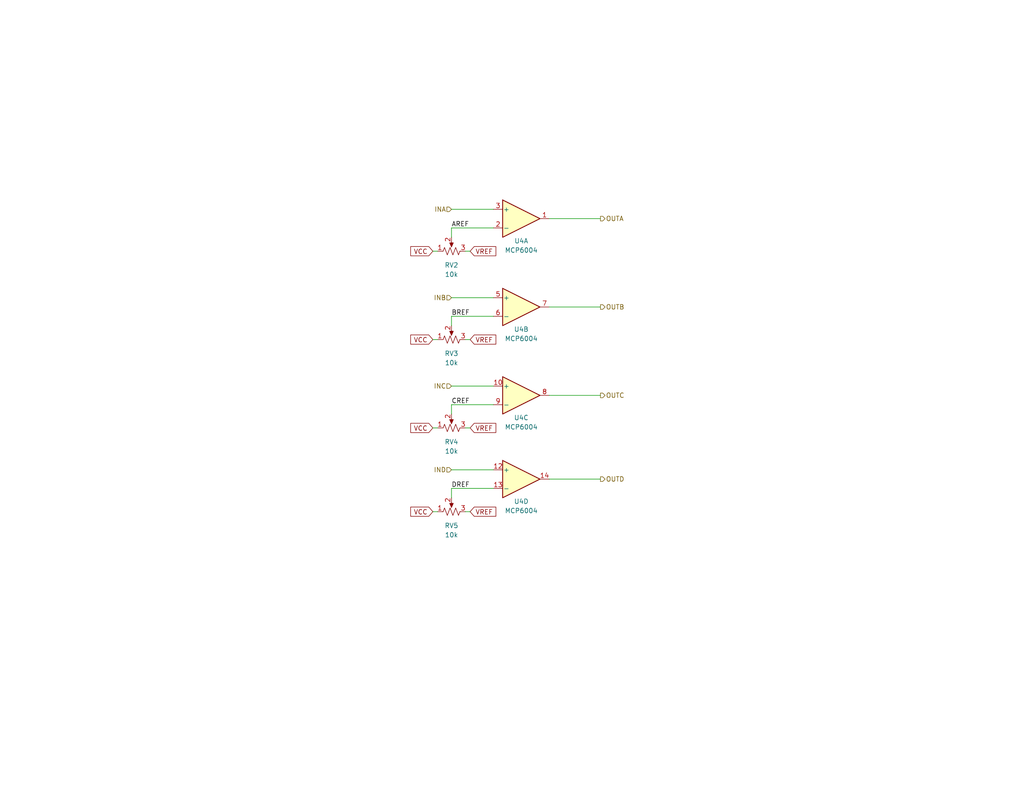
<source format=kicad_sch>
(kicad_sch (version 20250114) (generator "eeschema") (generator_version "9.0")
  (paper "USLetter")
  (title_block (title "EL223FP4L1") (date "2025-05-08") (rev "1") (company "Boles & Walker") (comment 1 "LED Comparator"))
  (lib_symbols
    (symbol "Amplifier_Operational:MCP6004" (pin_names (offset 0.127))
      (property "Reference" "U" (at 0 5.08 0))
      (property "Value" "MCP6004" (at 0 -5.08 0))
      (symbol "MCP6004_1_1"
        (polyline (pts (xy -5.08 5.08) (xy 5.08 0) (xy -5.08 -5.08) (xy -5.08 5.08)) (stroke (width 0.254)) (fill (type background)))
        (pin input line (at -7.62 2.54 0) (length 2.54) (name "+") (number "3"))
        (pin input line (at -7.62 -2.54 0) (length 2.54) (name "-") (number "2"))
        (pin output line (at 7.62 0 180) (length 2.54) (name "~") (number "1"))
      )
      (symbol "MCP6004_2_1"
        (polyline (pts (xy -5.08 5.08) (xy 5.08 0) (xy -5.08 -5.08) (xy -5.08 5.08)) (stroke (width 0.254)) (fill (type background)))
        (pin input line (at -7.62 2.54 0) (length 2.54) (name "+") (number "5"))
        (pin input line (at -7.62 -2.54 0) (length 2.54) (name "-") (number "6"))
        (pin output line (at 7.62 0 180) (length 2.54) (name "~") (number "7"))
      )
      (symbol "MCP6004_3_1"
        (polyline (pts (xy -5.08 5.08) (xy 5.08 0) (xy -5.08 -5.08) (xy -5.08 5.08)) (stroke (width 0.254)) (fill (type background)))
        (pin input line (at -7.62 2.54 0) (length 2.54) (name "+") (number "10"))
        (pin input line (at -7.62 -2.54 0) (length 2.54) (name "-") (number "9"))
        (pin output line (at 7.62 0 180) (length 2.54) (name "~") (number "8"))
      )
      (symbol "MCP6004_4_1"
        (polyline (pts (xy -5.08 5.08) (xy 5.08 0) (xy -5.08 -5.08) (xy -5.08 5.08)) (stroke (width 0.254)) (fill (type background)))
        (pin input line (at -7.62 2.54 0) (length 2.54) (name "+") (number "12"))
        (pin input line (at -7.62 -2.54 0) (length 2.54) (name "-") (number "13"))
        (pin output line (at 7.62 0 180) (length 2.54) (name "~") (number "14"))
      )
      (symbol "MCP6004_5_1"
        (pin power_in line (at -2.54 7.62 270) (length 3.81) (name "V+") (number "4"))
        (pin power_in line (at -2.54 -7.62 90) (length 3.81) (name "V-") (number "11"))
      )
    )
    (symbol "Device:R_Potentiometer_US" (pin_names (offset 1.016) (hide yes))
      (property "Reference" "RV" (at -4.445 0 90))
      (property "Value" "R_Potentiometer_US" (at -2.54 0 90))
      (symbol "R_Potentiometer_US_0_1"
        (polyline (pts (xy 0 2.54) (xy 0 2.286)))
        (polyline (pts (xy 0 2.286) (xy 1.016 1.905) (xy 0 1.524) (xy -1.016 1.143) (xy 0 0.762)))
        (polyline (pts (xy 0 0.762) (xy 1.016 0.381) (xy 0 0) (xy -1.016 -0.381) (xy 0 -0.762)))
        (polyline (pts (xy 0 -0.762) (xy 1.016 -1.143) (xy 0 -1.524) (xy -1.016 -1.905) (xy 0 -2.286)))
        (polyline (pts (xy 0 -2.286) (xy 0 -2.54)))
        (polyline (pts (xy 1.143 0) (xy 2.286 0.508) (xy 2.286 -0.508) (xy 1.143 0)) (fill (type outline)))
        (polyline (pts (xy 2.54 0) (xy 1.524 0)))
      )
      (symbol "R_Potentiometer_US_1_1"
        (pin passive line (at 0 3.81 270) (length 1.27) (name "1") (number "1"))
        (pin passive line (at 0 -3.81 90) (length 1.27) (name "3") (number "3"))
        (pin passive line (at 3.81 0 180) (length 1.27) (name "2") (number "2"))
      )
    )
  )
  (wire (pts (xy 149.86 59.69) (xy 163.83 59.69)))
  (wire (pts (xy 118.11 139.7) (xy 119.38 139.7)))
  (wire (pts (xy 118.11 92.71) (xy 119.38 92.71)))
  (wire (pts (xy 149.86 83.82) (xy 163.83 83.82)))
  (wire (pts (xy 123.19 110.49) (xy 134.62 110.49)))
  (wire (pts (xy 123.19 86.36) (xy 134.62 86.36)))
  (wire (pts (xy 123.19 57.15) (xy 134.62 57.15)))
  (wire (pts (xy 128.27 139.7) (xy 127 139.7)))
  (wire (pts (xy 118.11 68.58) (xy 119.38 68.58)))
  (wire (pts (xy 123.19 128.27) (xy 134.62 128.27)))
  (wire (pts (xy 118.11 116.84) (xy 119.38 116.84)))
  (wire (pts (xy 123.19 62.23) (xy 134.62 62.23)))
  (wire (pts (xy 123.19 88.9) (xy 123.19 86.36)))
  (wire (pts (xy 123.19 64.77) (xy 123.19 62.23)))
  (wire (pts (xy 128.27 68.58) (xy 127 68.58)))
  (wire (pts (xy 123.19 81.28) (xy 134.62 81.28)))
  (wire (pts (xy 128.27 92.71) (xy 127 92.71)))
  (wire (pts (xy 123.19 113.03) (xy 123.19 110.49)))
  (wire (pts (xy 123.19 133.35) (xy 134.62 133.35)))
  (wire (pts (xy 123.19 135.89) (xy 123.19 133.35)))
  (wire (pts (xy 128.27 116.84) (xy 127 116.84)))
  (wire (pts (xy 149.86 130.81) (xy 163.83 130.81)))
  (wire (pts (xy 149.86 107.95) (xy 163.83 107.95)))
  (wire (pts (xy 123.19 105.41) (xy 134.62 105.41)))
  (label "AREF" (at 123.19 62.23 0))
  (label "CREF" (at 123.19 110.49 0))
  (label "DREF" (at 123.19 133.35 0))
  (label "BREF" (at 123.19 86.36 0))
  (global_label "VCC" (shape input) (at 118.11 116.84 180) (property "Intersheetrefs" "${INTERSHEET_REFS}" (effects (hide yes))))
  (global_label "VREF" (shape input) (at 128.27 139.7 0) (property "Intersheetrefs" "${INTERSHEET_REFS}" (effects (hide yes))))
  (global_label "VREF" (shape input) (at 128.27 68.58 0) (property "Intersheetrefs" "${INTERSHEET_REFS}" (effects (hide yes))))
  (global_label "VCC" (shape input) (at 118.11 68.58 180) (property "Intersheetrefs" "${INTERSHEET_REFS}" (effects (hide yes))))
  (global_label "VREF" (shape input) (at 128.27 116.84 0) (property "Intersheetrefs" "${INTERSHEET_REFS}" (effects (hide yes))))
  (global_label "VCC" (shape input) (at 118.11 139.7 180) (property "Intersheetrefs" "${INTERSHEET_REFS}" (effects (hide yes))))
  (global_label "VCC" (shape input) (at 118.11 92.71 180) (property "Intersheetrefs" "${INTERSHEET_REFS}" (effects (hide yes))))
  (global_label "VREF" (shape input) (at 128.27 92.71 0) (property "Intersheetrefs" "${INTERSHEET_REFS}" (effects (hide yes))))
  (hierarchical_label "OUTA" (shape output) (at 163.83 59.69 0))
  (hierarchical_label "INB" (shape input) (at 123.19 81.28 180))
  (hierarchical_label "INA" (shape input) (at 123.19 57.15 180))
  (hierarchical_label "OUTD" (shape output) (at 163.83 130.81 0))
  (hierarchical_label "OUTC" (shape output) (at 163.83 107.95 0))
  (hierarchical_label "IND" (shape input) (at 123.19 128.27 180))
  (hierarchical_label "INC" (shape input) (at 123.19 105.41 180))
  (hierarchical_label "OUTB" (shape output) (at 163.83 83.82 0))
  (symbol (lib_id "Device:R_Potentiometer_US") (at 123.19 116.84 90) (unit 1)
    (property "Reference" "RV4" (at 123.19 120.65 90))
    (property "Value" "10k" (at 123.19 123.19 90))
    (property "Footprint" "Potentiometer_THT:Potentiometer_Bourns_PTV09A-1_Single_Vertical" (effects (hide yes)))
    (property "Datasheet" "https://www.mouser.com/datasheet/2/54/ptv09-777818.pdf" (effects (hide yes)))
    (property "Description" "Potentiometer, US symbol" (effects (hide yes)))
    (property "Sim.Device" "R" (effects (hide yes)))
    (property "Sim.Type" "POT" (effects (hide yes)))
    (property "Sim.Pins" "1=r0 2=wiper 3=r1" (effects (hide yes)))
    (property "Sim.Params" "pos=0.892" (effects (hide yes)))
  )
  (symbol (lib_id "Amplifier_Operational:MCP6004") (at 142.24 83.82 0) (unit 2)
    (property "Reference" "U4" (at 142.24 89.916 0))
    (property "Value" "MCP6004" (at 142.24 92.456 0))
    (property "Footprint" "Package_SO:SOIC-14_3.9x8.7mm_P1.27mm" (effects (hide yes)))
    (property "Datasheet" "http://ww1.microchip.com/downloads/en/DeviceDoc/21733j.pdf" (effects (hide yes)))
    (property "Description" "1MHz, Low-Power Op Amp, DIP-14/SOIC-14/TSSOP-14" (effects (hide yes)))
    (property "Sim.Library" "MCP6001.lib" (effects (hide yes)))
    (property "Sim.Name" "MCP6004" (effects (hide yes)))
    (property "Sim.Device" "SUBCKT" (effects (hide yes)))
    (property "Sim.Pins" "1=OUTA 2=A- 3=A+ 4=VDD 5=B+ 6=B- 7=OUTB 8=OUTC 9=C- 10=C+ 11=VSS 12=D+ 13=D- 14=OUTD" (effects (hide yes)))
  )
  (symbol (lib_id "Device:R_Potentiometer_US") (at 123.19 68.58 90) (unit 1)
    (property "Reference" "RV2" (at 123.19 72.39 90))
    (property "Value" "10k" (at 123.19 74.93 90))
    (property "Footprint" "Potentiometer_THT:Potentiometer_Bourns_PTV09A-1_Single_Vertical" (effects (hide yes)))
    (property "Datasheet" "https://www.mouser.com/datasheet/2/54/ptv09-777818.pdf" (effects (hide yes)))
    (property "Description" "Potentiometer, US symbol" (effects (hide yes)))
    (property "Sim.Device" "R" (effects (hide yes)))
    (property "Sim.Type" "POT" (effects (hide yes)))
    (property "Sim.Pins" "1=r0 2=wiper 3=r1" (effects (hide yes)))
    (property "Sim.Params" "pos=0.892" (effects (hide yes)))
  )
  (symbol (lib_id "Amplifier_Operational:MCP6004") (at 142.24 130.81 0) (unit 4)
    (property "Reference" "U4" (at 142.24 136.906 0))
    (property "Value" "MCP6004" (at 142.24 139.446 0))
    (property "Footprint" "Package_SO:SOIC-14_3.9x8.7mm_P1.27mm" (effects (hide yes)))
    (property "Datasheet" "http://ww1.microchip.com/downloads/en/DeviceDoc/21733j.pdf" (effects (hide yes)))
    (property "Description" "1MHz, Low-Power Op Amp, DIP-14/SOIC-14/TSSOP-14" (effects (hide yes)))
    (property "Sim.Library" "MCP6001.lib" (effects (hide yes)))
    (property "Sim.Name" "MCP6004" (effects (hide yes)))
    (property "Sim.Device" "SUBCKT" (effects (hide yes)))
    (property "Sim.Pins" "1=OUTA 2=A- 3=A+ 4=VDD 5=B+ 6=B- 7=OUTB 8=OUTC 9=C- 10=C+ 11=VSS 12=D+ 13=D- 14=OUTD" (effects (hide yes)))
  )
  (symbol (lib_id "Amplifier_Operational:MCP6004") (at 142.24 59.69 0) (unit 1)
    (property "Reference" "U4" (at 142.24 65.786 0))
    (property "Value" "MCP6004" (at 142.24 68.326 0))
    (property "Footprint" "Package_SO:SOIC-14_3.9x8.7mm_P1.27mm" (effects (hide yes)))
    (property "Datasheet" "http://ww1.microchip.com/downloads/en/DeviceDoc/21733j.pdf" (effects (hide yes)))
    (property "Description" "1MHz, Low-Power Op Amp, DIP-14/SOIC-14/TSSOP-14" (effects (hide yes)))
    (property "Sim.Library" "MCP6001.lib" (effects (hide yes)))
    (property "Sim.Name" "MCP6004" (effects (hide yes)))
    (property "Sim.Device" "SUBCKT" (effects (hide yes)))
    (property "Sim.Pins" "1=OUTA 2=A- 3=A+ 4=VDD 5=B+ 6=B- 7=OUTB 8=OUTC 9=C- 10=C+ 11=VSS 12=D+ 13=D- 14=OUTD" (effects (hide yes)))
  )
  (symbol (lib_id "Device:R_Potentiometer_US") (at 123.19 92.71 90) (unit 1)
    (property "Reference" "RV3" (at 123.19 96.52 90))
    (property "Value" "10k" (at 123.19 99.06 90))
    (property "Footprint" "Potentiometer_THT:Potentiometer_Bourns_PTV09A-1_Single_Vertical" (effects (hide yes)))
    (property "Datasheet" "https://www.mouser.com/datasheet/2/54/ptv09-777818.pdf" (effects (hide yes)))
    (property "Description" "Potentiometer, US symbol" (effects (hide yes)))
    (property "Sim.Device" "R" (effects (hide yes)))
    (property "Sim.Type" "POT" (effects (hide yes)))
    (property "Sim.Pins" "1=r0 2=wiper 3=r1" (effects (hide yes)))
    (property "Sim.Params" "pos=0.892" (effects (hide yes)))
  )
  (symbol (lib_id "Amplifier_Operational:MCP6004") (at 142.24 107.95 0) (unit 3)
    (property "Reference" "U4" (at 142.24 114.046 0))
    (property "Value" "MCP6004" (at 142.24 116.586 0))
    (property "Footprint" "Package_SO:SOIC-14_3.9x8.7mm_P1.27mm" (effects (hide yes)))
    (property "Datasheet" "http://ww1.microchip.com/downloads/en/DeviceDoc/21733j.pdf" (effects (hide yes)))
    (property "Description" "1MHz, Low-Power Op Amp, DIP-14/SOIC-14/TSSOP-14" (effects (hide yes)))
    (property "Sim.Library" "MCP6001.lib" (effects (hide yes)))
    (property "Sim.Name" "MCP6004" (effects (hide yes)))
    (property "Sim.Device" "SUBCKT" (effects (hide yes)))
    (property "Sim.Pins" "1=OUTA 2=A- 3=A+ 4=VDD 5=B+ 6=B- 7=OUTB 8=OUTC 9=C- 10=C+ 11=VSS 12=D+ 13=D- 14=OUTD" (effects (hide yes)))
  )
  (symbol (lib_id "Device:R_Potentiometer_US") (at 123.19 139.7 90) (unit 1)
    (property "Reference" "RV5" (at 123.19 143.51 90))
    (property "Value" "10k" (at 123.19 146.05 90))
    (property "Footprint" "Potentiometer_THT:Potentiometer_Bourns_PTV09A-1_Single_Vertical" (effects (hide yes)))
    (property "Datasheet" "https://www.mouser.com/datasheet/2/54/ptv09-777818.pdf" (effects (hide yes)))
    (property "Description" "Potentiometer, US symbol" (effects (hide yes)))
    (property "Sim.Device" "R" (effects (hide yes)))
    (property "Sim.Type" "POT" (effects (hide yes)))
    (property "Sim.Pins" "1=r0 2=wiper 3=r1" (effects (hide yes)))
    (property "Sim.Params" "pos=0.892" (effects (hide yes)))
  )
)
</source>
